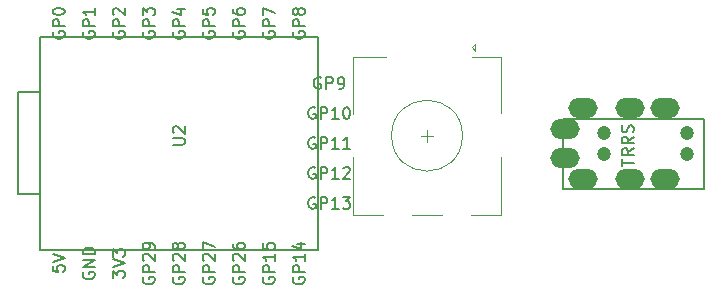
<source format=gbr>
%TF.GenerationSoftware,KiCad,Pcbnew,7.0.1-0*%
%TF.CreationDate,2023-09-11T21:36:53+09:00*%
%TF.ProjectId,jisaku20rp_right_re,6a697361-6b75-4323-9072-705f72696768,rev?*%
%TF.SameCoordinates,Original*%
%TF.FileFunction,Legend,Top*%
%TF.FilePolarity,Positive*%
%FSLAX46Y46*%
G04 Gerber Fmt 4.6, Leading zero omitted, Abs format (unit mm)*
G04 Created by KiCad (PCBNEW 7.0.1-0) date 2023-09-11 21:36:53*
%MOMM*%
%LPD*%
G01*
G04 APERTURE LIST*
%ADD10C,0.150000*%
%ADD11C,0.120000*%
%ADD12C,1.200000*%
%ADD13O,2.500000X1.700000*%
G04 APERTURE END LIST*
D10*
%TO.C,J1*%
X58752619Y16878095D02*
X58752619Y17449523D01*
X59752619Y17163809D02*
X58752619Y17163809D01*
X59752619Y18354285D02*
X59276428Y18020952D01*
X59752619Y17782857D02*
X58752619Y17782857D01*
X58752619Y17782857D02*
X58752619Y18163809D01*
X58752619Y18163809D02*
X58800238Y18259047D01*
X58800238Y18259047D02*
X58847857Y18306666D01*
X58847857Y18306666D02*
X58943095Y18354285D01*
X58943095Y18354285D02*
X59085952Y18354285D01*
X59085952Y18354285D02*
X59181190Y18306666D01*
X59181190Y18306666D02*
X59228809Y18259047D01*
X59228809Y18259047D02*
X59276428Y18163809D01*
X59276428Y18163809D02*
X59276428Y17782857D01*
X59752619Y19354285D02*
X59276428Y19020952D01*
X59752619Y18782857D02*
X58752619Y18782857D01*
X58752619Y18782857D02*
X58752619Y19163809D01*
X58752619Y19163809D02*
X58800238Y19259047D01*
X58800238Y19259047D02*
X58847857Y19306666D01*
X58847857Y19306666D02*
X58943095Y19354285D01*
X58943095Y19354285D02*
X59085952Y19354285D01*
X59085952Y19354285D02*
X59181190Y19306666D01*
X59181190Y19306666D02*
X59228809Y19259047D01*
X59228809Y19259047D02*
X59276428Y19163809D01*
X59276428Y19163809D02*
X59276428Y18782857D01*
X59705000Y19735238D02*
X59752619Y19878095D01*
X59752619Y19878095D02*
X59752619Y20116190D01*
X59752619Y20116190D02*
X59705000Y20211428D01*
X59705000Y20211428D02*
X59657380Y20259047D01*
X59657380Y20259047D02*
X59562142Y20306666D01*
X59562142Y20306666D02*
X59466904Y20306666D01*
X59466904Y20306666D02*
X59371666Y20259047D01*
X59371666Y20259047D02*
X59324047Y20211428D01*
X59324047Y20211428D02*
X59276428Y20116190D01*
X59276428Y20116190D02*
X59228809Y19925714D01*
X59228809Y19925714D02*
X59181190Y19830476D01*
X59181190Y19830476D02*
X59133571Y19782857D01*
X59133571Y19782857D02*
X59038333Y19735238D01*
X59038333Y19735238D02*
X58943095Y19735238D01*
X58943095Y19735238D02*
X58847857Y19782857D01*
X58847857Y19782857D02*
X58800238Y19830476D01*
X58800238Y19830476D02*
X58752619Y19925714D01*
X58752619Y19925714D02*
X58752619Y20163809D01*
X58752619Y20163809D02*
X58800238Y20306666D01*
%TO.C,U2*%
X20742619Y18668095D02*
X21552142Y18668095D01*
X21552142Y18668095D02*
X21647380Y18715714D01*
X21647380Y18715714D02*
X21695000Y18763333D01*
X21695000Y18763333D02*
X21742619Y18858571D01*
X21742619Y18858571D02*
X21742619Y19049047D01*
X21742619Y19049047D02*
X21695000Y19144285D01*
X21695000Y19144285D02*
X21647380Y19191904D01*
X21647380Y19191904D02*
X21552142Y19239523D01*
X21552142Y19239523D02*
X20742619Y19239523D01*
X20837857Y19668095D02*
X20790238Y19715714D01*
X20790238Y19715714D02*
X20742619Y19810952D01*
X20742619Y19810952D02*
X20742619Y20049047D01*
X20742619Y20049047D02*
X20790238Y20144285D01*
X20790238Y20144285D02*
X20837857Y20191904D01*
X20837857Y20191904D02*
X20933095Y20239523D01*
X20933095Y20239523D02*
X21028333Y20239523D01*
X21028333Y20239523D02*
X21171190Y20191904D01*
X21171190Y20191904D02*
X21742619Y19620476D01*
X21742619Y19620476D02*
X21742619Y20239523D01*
X18240238Y7439523D02*
X18192619Y7344285D01*
X18192619Y7344285D02*
X18192619Y7201428D01*
X18192619Y7201428D02*
X18240238Y7058571D01*
X18240238Y7058571D02*
X18335476Y6963333D01*
X18335476Y6963333D02*
X18430714Y6915714D01*
X18430714Y6915714D02*
X18621190Y6868095D01*
X18621190Y6868095D02*
X18764047Y6868095D01*
X18764047Y6868095D02*
X18954523Y6915714D01*
X18954523Y6915714D02*
X19049761Y6963333D01*
X19049761Y6963333D02*
X19145000Y7058571D01*
X19145000Y7058571D02*
X19192619Y7201428D01*
X19192619Y7201428D02*
X19192619Y7296666D01*
X19192619Y7296666D02*
X19145000Y7439523D01*
X19145000Y7439523D02*
X19097380Y7487142D01*
X19097380Y7487142D02*
X18764047Y7487142D01*
X18764047Y7487142D02*
X18764047Y7296666D01*
X19192619Y7915714D02*
X18192619Y7915714D01*
X18192619Y7915714D02*
X18192619Y8296666D01*
X18192619Y8296666D02*
X18240238Y8391904D01*
X18240238Y8391904D02*
X18287857Y8439523D01*
X18287857Y8439523D02*
X18383095Y8487142D01*
X18383095Y8487142D02*
X18525952Y8487142D01*
X18525952Y8487142D02*
X18621190Y8439523D01*
X18621190Y8439523D02*
X18668809Y8391904D01*
X18668809Y8391904D02*
X18716428Y8296666D01*
X18716428Y8296666D02*
X18716428Y7915714D01*
X18287857Y8868095D02*
X18240238Y8915714D01*
X18240238Y8915714D02*
X18192619Y9010952D01*
X18192619Y9010952D02*
X18192619Y9249047D01*
X18192619Y9249047D02*
X18240238Y9344285D01*
X18240238Y9344285D02*
X18287857Y9391904D01*
X18287857Y9391904D02*
X18383095Y9439523D01*
X18383095Y9439523D02*
X18478333Y9439523D01*
X18478333Y9439523D02*
X18621190Y9391904D01*
X18621190Y9391904D02*
X19192619Y8820476D01*
X19192619Y8820476D02*
X19192619Y9439523D01*
X19192619Y9915714D02*
X19192619Y10106190D01*
X19192619Y10106190D02*
X19145000Y10201428D01*
X19145000Y10201428D02*
X19097380Y10249047D01*
X19097380Y10249047D02*
X18954523Y10344285D01*
X18954523Y10344285D02*
X18764047Y10391904D01*
X18764047Y10391904D02*
X18383095Y10391904D01*
X18383095Y10391904D02*
X18287857Y10344285D01*
X18287857Y10344285D02*
X18240238Y10296666D01*
X18240238Y10296666D02*
X18192619Y10201428D01*
X18192619Y10201428D02*
X18192619Y10010952D01*
X18192619Y10010952D02*
X18240238Y9915714D01*
X18240238Y9915714D02*
X18287857Y9868095D01*
X18287857Y9868095D02*
X18383095Y9820476D01*
X18383095Y9820476D02*
X18621190Y9820476D01*
X18621190Y9820476D02*
X18716428Y9868095D01*
X18716428Y9868095D02*
X18764047Y9915714D01*
X18764047Y9915714D02*
X18811666Y10010952D01*
X18811666Y10010952D02*
X18811666Y10201428D01*
X18811666Y10201428D02*
X18764047Y10296666D01*
X18764047Y10296666D02*
X18716428Y10344285D01*
X18716428Y10344285D02*
X18621190Y10391904D01*
X30940238Y28235714D02*
X30892619Y28140476D01*
X30892619Y28140476D02*
X30892619Y27997619D01*
X30892619Y27997619D02*
X30940238Y27854762D01*
X30940238Y27854762D02*
X31035476Y27759524D01*
X31035476Y27759524D02*
X31130714Y27711905D01*
X31130714Y27711905D02*
X31321190Y27664286D01*
X31321190Y27664286D02*
X31464047Y27664286D01*
X31464047Y27664286D02*
X31654523Y27711905D01*
X31654523Y27711905D02*
X31749761Y27759524D01*
X31749761Y27759524D02*
X31845000Y27854762D01*
X31845000Y27854762D02*
X31892619Y27997619D01*
X31892619Y27997619D02*
X31892619Y28092857D01*
X31892619Y28092857D02*
X31845000Y28235714D01*
X31845000Y28235714D02*
X31797380Y28283333D01*
X31797380Y28283333D02*
X31464047Y28283333D01*
X31464047Y28283333D02*
X31464047Y28092857D01*
X31892619Y28711905D02*
X30892619Y28711905D01*
X30892619Y28711905D02*
X30892619Y29092857D01*
X30892619Y29092857D02*
X30940238Y29188095D01*
X30940238Y29188095D02*
X30987857Y29235714D01*
X30987857Y29235714D02*
X31083095Y29283333D01*
X31083095Y29283333D02*
X31225952Y29283333D01*
X31225952Y29283333D02*
X31321190Y29235714D01*
X31321190Y29235714D02*
X31368809Y29188095D01*
X31368809Y29188095D02*
X31416428Y29092857D01*
X31416428Y29092857D02*
X31416428Y28711905D01*
X31321190Y29854762D02*
X31273571Y29759524D01*
X31273571Y29759524D02*
X31225952Y29711905D01*
X31225952Y29711905D02*
X31130714Y29664286D01*
X31130714Y29664286D02*
X31083095Y29664286D01*
X31083095Y29664286D02*
X30987857Y29711905D01*
X30987857Y29711905D02*
X30940238Y29759524D01*
X30940238Y29759524D02*
X30892619Y29854762D01*
X30892619Y29854762D02*
X30892619Y30045238D01*
X30892619Y30045238D02*
X30940238Y30140476D01*
X30940238Y30140476D02*
X30987857Y30188095D01*
X30987857Y30188095D02*
X31083095Y30235714D01*
X31083095Y30235714D02*
X31130714Y30235714D01*
X31130714Y30235714D02*
X31225952Y30188095D01*
X31225952Y30188095D02*
X31273571Y30140476D01*
X31273571Y30140476D02*
X31321190Y30045238D01*
X31321190Y30045238D02*
X31321190Y29854762D01*
X31321190Y29854762D02*
X31368809Y29759524D01*
X31368809Y29759524D02*
X31416428Y29711905D01*
X31416428Y29711905D02*
X31511666Y29664286D01*
X31511666Y29664286D02*
X31702142Y29664286D01*
X31702142Y29664286D02*
X31797380Y29711905D01*
X31797380Y29711905D02*
X31845000Y29759524D01*
X31845000Y29759524D02*
X31892619Y29854762D01*
X31892619Y29854762D02*
X31892619Y30045238D01*
X31892619Y30045238D02*
X31845000Y30140476D01*
X31845000Y30140476D02*
X31797380Y30188095D01*
X31797380Y30188095D02*
X31702142Y30235714D01*
X31702142Y30235714D02*
X31511666Y30235714D01*
X31511666Y30235714D02*
X31416428Y30188095D01*
X31416428Y30188095D02*
X31368809Y30140476D01*
X31368809Y30140476D02*
X31321190Y30045238D01*
X13160238Y7868095D02*
X13112619Y7772857D01*
X13112619Y7772857D02*
X13112619Y7630000D01*
X13112619Y7630000D02*
X13160238Y7487143D01*
X13160238Y7487143D02*
X13255476Y7391905D01*
X13255476Y7391905D02*
X13350714Y7344286D01*
X13350714Y7344286D02*
X13541190Y7296667D01*
X13541190Y7296667D02*
X13684047Y7296667D01*
X13684047Y7296667D02*
X13874523Y7344286D01*
X13874523Y7344286D02*
X13969761Y7391905D01*
X13969761Y7391905D02*
X14065000Y7487143D01*
X14065000Y7487143D02*
X14112619Y7630000D01*
X14112619Y7630000D02*
X14112619Y7725238D01*
X14112619Y7725238D02*
X14065000Y7868095D01*
X14065000Y7868095D02*
X14017380Y7915714D01*
X14017380Y7915714D02*
X13684047Y7915714D01*
X13684047Y7915714D02*
X13684047Y7725238D01*
X14112619Y8344286D02*
X13112619Y8344286D01*
X13112619Y8344286D02*
X14112619Y8915714D01*
X14112619Y8915714D02*
X13112619Y8915714D01*
X14112619Y9391905D02*
X13112619Y9391905D01*
X13112619Y9391905D02*
X13112619Y9630000D01*
X13112619Y9630000D02*
X13160238Y9772857D01*
X13160238Y9772857D02*
X13255476Y9868095D01*
X13255476Y9868095D02*
X13350714Y9915714D01*
X13350714Y9915714D02*
X13541190Y9963333D01*
X13541190Y9963333D02*
X13684047Y9963333D01*
X13684047Y9963333D02*
X13874523Y9915714D01*
X13874523Y9915714D02*
X13969761Y9868095D01*
X13969761Y9868095D02*
X14065000Y9772857D01*
X14065000Y9772857D02*
X14112619Y9630000D01*
X14112619Y9630000D02*
X14112619Y9391905D01*
X25860238Y28235714D02*
X25812619Y28140476D01*
X25812619Y28140476D02*
X25812619Y27997619D01*
X25812619Y27997619D02*
X25860238Y27854762D01*
X25860238Y27854762D02*
X25955476Y27759524D01*
X25955476Y27759524D02*
X26050714Y27711905D01*
X26050714Y27711905D02*
X26241190Y27664286D01*
X26241190Y27664286D02*
X26384047Y27664286D01*
X26384047Y27664286D02*
X26574523Y27711905D01*
X26574523Y27711905D02*
X26669761Y27759524D01*
X26669761Y27759524D02*
X26765000Y27854762D01*
X26765000Y27854762D02*
X26812619Y27997619D01*
X26812619Y27997619D02*
X26812619Y28092857D01*
X26812619Y28092857D02*
X26765000Y28235714D01*
X26765000Y28235714D02*
X26717380Y28283333D01*
X26717380Y28283333D02*
X26384047Y28283333D01*
X26384047Y28283333D02*
X26384047Y28092857D01*
X26812619Y28711905D02*
X25812619Y28711905D01*
X25812619Y28711905D02*
X25812619Y29092857D01*
X25812619Y29092857D02*
X25860238Y29188095D01*
X25860238Y29188095D02*
X25907857Y29235714D01*
X25907857Y29235714D02*
X26003095Y29283333D01*
X26003095Y29283333D02*
X26145952Y29283333D01*
X26145952Y29283333D02*
X26241190Y29235714D01*
X26241190Y29235714D02*
X26288809Y29188095D01*
X26288809Y29188095D02*
X26336428Y29092857D01*
X26336428Y29092857D02*
X26336428Y28711905D01*
X25812619Y30140476D02*
X25812619Y29950000D01*
X25812619Y29950000D02*
X25860238Y29854762D01*
X25860238Y29854762D02*
X25907857Y29807143D01*
X25907857Y29807143D02*
X26050714Y29711905D01*
X26050714Y29711905D02*
X26241190Y29664286D01*
X26241190Y29664286D02*
X26622142Y29664286D01*
X26622142Y29664286D02*
X26717380Y29711905D01*
X26717380Y29711905D02*
X26765000Y29759524D01*
X26765000Y29759524D02*
X26812619Y29854762D01*
X26812619Y29854762D02*
X26812619Y30045238D01*
X26812619Y30045238D02*
X26765000Y30140476D01*
X26765000Y30140476D02*
X26717380Y30188095D01*
X26717380Y30188095D02*
X26622142Y30235714D01*
X26622142Y30235714D02*
X26384047Y30235714D01*
X26384047Y30235714D02*
X26288809Y30188095D01*
X26288809Y30188095D02*
X26241190Y30140476D01*
X26241190Y30140476D02*
X26193571Y30045238D01*
X26193571Y30045238D02*
X26193571Y29854762D01*
X26193571Y29854762D02*
X26241190Y29759524D01*
X26241190Y29759524D02*
X26288809Y29711905D01*
X26288809Y29711905D02*
X26384047Y29664286D01*
X32779523Y21819761D02*
X32684285Y21867380D01*
X32684285Y21867380D02*
X32541428Y21867380D01*
X32541428Y21867380D02*
X32398571Y21819761D01*
X32398571Y21819761D02*
X32303333Y21724523D01*
X32303333Y21724523D02*
X32255714Y21629285D01*
X32255714Y21629285D02*
X32208095Y21438809D01*
X32208095Y21438809D02*
X32208095Y21295952D01*
X32208095Y21295952D02*
X32255714Y21105476D01*
X32255714Y21105476D02*
X32303333Y21010238D01*
X32303333Y21010238D02*
X32398571Y20915000D01*
X32398571Y20915000D02*
X32541428Y20867380D01*
X32541428Y20867380D02*
X32636666Y20867380D01*
X32636666Y20867380D02*
X32779523Y20915000D01*
X32779523Y20915000D02*
X32827142Y20962619D01*
X32827142Y20962619D02*
X32827142Y21295952D01*
X32827142Y21295952D02*
X32636666Y21295952D01*
X33255714Y20867380D02*
X33255714Y21867380D01*
X33255714Y21867380D02*
X33636666Y21867380D01*
X33636666Y21867380D02*
X33731904Y21819761D01*
X33731904Y21819761D02*
X33779523Y21772142D01*
X33779523Y21772142D02*
X33827142Y21676904D01*
X33827142Y21676904D02*
X33827142Y21534047D01*
X33827142Y21534047D02*
X33779523Y21438809D01*
X33779523Y21438809D02*
X33731904Y21391190D01*
X33731904Y21391190D02*
X33636666Y21343571D01*
X33636666Y21343571D02*
X33255714Y21343571D01*
X34779523Y20867380D02*
X34208095Y20867380D01*
X34493809Y20867380D02*
X34493809Y21867380D01*
X34493809Y21867380D02*
X34398571Y21724523D01*
X34398571Y21724523D02*
X34303333Y21629285D01*
X34303333Y21629285D02*
X34208095Y21581666D01*
X35398571Y21867380D02*
X35493809Y21867380D01*
X35493809Y21867380D02*
X35589047Y21819761D01*
X35589047Y21819761D02*
X35636666Y21772142D01*
X35636666Y21772142D02*
X35684285Y21676904D01*
X35684285Y21676904D02*
X35731904Y21486428D01*
X35731904Y21486428D02*
X35731904Y21248333D01*
X35731904Y21248333D02*
X35684285Y21057857D01*
X35684285Y21057857D02*
X35636666Y20962619D01*
X35636666Y20962619D02*
X35589047Y20915000D01*
X35589047Y20915000D02*
X35493809Y20867380D01*
X35493809Y20867380D02*
X35398571Y20867380D01*
X35398571Y20867380D02*
X35303333Y20915000D01*
X35303333Y20915000D02*
X35255714Y20962619D01*
X35255714Y20962619D02*
X35208095Y21057857D01*
X35208095Y21057857D02*
X35160476Y21248333D01*
X35160476Y21248333D02*
X35160476Y21486428D01*
X35160476Y21486428D02*
X35208095Y21676904D01*
X35208095Y21676904D02*
X35255714Y21772142D01*
X35255714Y21772142D02*
X35303333Y21819761D01*
X35303333Y21819761D02*
X35398571Y21867380D01*
X15652619Y7391905D02*
X15652619Y8010952D01*
X15652619Y8010952D02*
X16033571Y7677619D01*
X16033571Y7677619D02*
X16033571Y7820476D01*
X16033571Y7820476D02*
X16081190Y7915714D01*
X16081190Y7915714D02*
X16128809Y7963333D01*
X16128809Y7963333D02*
X16224047Y8010952D01*
X16224047Y8010952D02*
X16462142Y8010952D01*
X16462142Y8010952D02*
X16557380Y7963333D01*
X16557380Y7963333D02*
X16605000Y7915714D01*
X16605000Y7915714D02*
X16652619Y7820476D01*
X16652619Y7820476D02*
X16652619Y7534762D01*
X16652619Y7534762D02*
X16605000Y7439524D01*
X16605000Y7439524D02*
X16557380Y7391905D01*
X15652619Y8296667D02*
X16652619Y8630000D01*
X16652619Y8630000D02*
X15652619Y8963333D01*
X15652619Y9201429D02*
X15652619Y9820476D01*
X15652619Y9820476D02*
X16033571Y9487143D01*
X16033571Y9487143D02*
X16033571Y9630000D01*
X16033571Y9630000D02*
X16081190Y9725238D01*
X16081190Y9725238D02*
X16128809Y9772857D01*
X16128809Y9772857D02*
X16224047Y9820476D01*
X16224047Y9820476D02*
X16462142Y9820476D01*
X16462142Y9820476D02*
X16557380Y9772857D01*
X16557380Y9772857D02*
X16605000Y9725238D01*
X16605000Y9725238D02*
X16652619Y9630000D01*
X16652619Y9630000D02*
X16652619Y9344286D01*
X16652619Y9344286D02*
X16605000Y9249048D01*
X16605000Y9249048D02*
X16557380Y9201429D01*
X32779523Y14199761D02*
X32684285Y14247380D01*
X32684285Y14247380D02*
X32541428Y14247380D01*
X32541428Y14247380D02*
X32398571Y14199761D01*
X32398571Y14199761D02*
X32303333Y14104523D01*
X32303333Y14104523D02*
X32255714Y14009285D01*
X32255714Y14009285D02*
X32208095Y13818809D01*
X32208095Y13818809D02*
X32208095Y13675952D01*
X32208095Y13675952D02*
X32255714Y13485476D01*
X32255714Y13485476D02*
X32303333Y13390238D01*
X32303333Y13390238D02*
X32398571Y13295000D01*
X32398571Y13295000D02*
X32541428Y13247380D01*
X32541428Y13247380D02*
X32636666Y13247380D01*
X32636666Y13247380D02*
X32779523Y13295000D01*
X32779523Y13295000D02*
X32827142Y13342619D01*
X32827142Y13342619D02*
X32827142Y13675952D01*
X32827142Y13675952D02*
X32636666Y13675952D01*
X33255714Y13247380D02*
X33255714Y14247380D01*
X33255714Y14247380D02*
X33636666Y14247380D01*
X33636666Y14247380D02*
X33731904Y14199761D01*
X33731904Y14199761D02*
X33779523Y14152142D01*
X33779523Y14152142D02*
X33827142Y14056904D01*
X33827142Y14056904D02*
X33827142Y13914047D01*
X33827142Y13914047D02*
X33779523Y13818809D01*
X33779523Y13818809D02*
X33731904Y13771190D01*
X33731904Y13771190D02*
X33636666Y13723571D01*
X33636666Y13723571D02*
X33255714Y13723571D01*
X34779523Y13247380D02*
X34208095Y13247380D01*
X34493809Y13247380D02*
X34493809Y14247380D01*
X34493809Y14247380D02*
X34398571Y14104523D01*
X34398571Y14104523D02*
X34303333Y14009285D01*
X34303333Y14009285D02*
X34208095Y13961666D01*
X35112857Y14247380D02*
X35731904Y14247380D01*
X35731904Y14247380D02*
X35398571Y13866428D01*
X35398571Y13866428D02*
X35541428Y13866428D01*
X35541428Y13866428D02*
X35636666Y13818809D01*
X35636666Y13818809D02*
X35684285Y13771190D01*
X35684285Y13771190D02*
X35731904Y13675952D01*
X35731904Y13675952D02*
X35731904Y13437857D01*
X35731904Y13437857D02*
X35684285Y13342619D01*
X35684285Y13342619D02*
X35636666Y13295000D01*
X35636666Y13295000D02*
X35541428Y13247380D01*
X35541428Y13247380D02*
X35255714Y13247380D01*
X35255714Y13247380D02*
X35160476Y13295000D01*
X35160476Y13295000D02*
X35112857Y13342619D01*
X23320238Y28235714D02*
X23272619Y28140476D01*
X23272619Y28140476D02*
X23272619Y27997619D01*
X23272619Y27997619D02*
X23320238Y27854762D01*
X23320238Y27854762D02*
X23415476Y27759524D01*
X23415476Y27759524D02*
X23510714Y27711905D01*
X23510714Y27711905D02*
X23701190Y27664286D01*
X23701190Y27664286D02*
X23844047Y27664286D01*
X23844047Y27664286D02*
X24034523Y27711905D01*
X24034523Y27711905D02*
X24129761Y27759524D01*
X24129761Y27759524D02*
X24225000Y27854762D01*
X24225000Y27854762D02*
X24272619Y27997619D01*
X24272619Y27997619D02*
X24272619Y28092857D01*
X24272619Y28092857D02*
X24225000Y28235714D01*
X24225000Y28235714D02*
X24177380Y28283333D01*
X24177380Y28283333D02*
X23844047Y28283333D01*
X23844047Y28283333D02*
X23844047Y28092857D01*
X24272619Y28711905D02*
X23272619Y28711905D01*
X23272619Y28711905D02*
X23272619Y29092857D01*
X23272619Y29092857D02*
X23320238Y29188095D01*
X23320238Y29188095D02*
X23367857Y29235714D01*
X23367857Y29235714D02*
X23463095Y29283333D01*
X23463095Y29283333D02*
X23605952Y29283333D01*
X23605952Y29283333D02*
X23701190Y29235714D01*
X23701190Y29235714D02*
X23748809Y29188095D01*
X23748809Y29188095D02*
X23796428Y29092857D01*
X23796428Y29092857D02*
X23796428Y28711905D01*
X23272619Y30188095D02*
X23272619Y29711905D01*
X23272619Y29711905D02*
X23748809Y29664286D01*
X23748809Y29664286D02*
X23701190Y29711905D01*
X23701190Y29711905D02*
X23653571Y29807143D01*
X23653571Y29807143D02*
X23653571Y30045238D01*
X23653571Y30045238D02*
X23701190Y30140476D01*
X23701190Y30140476D02*
X23748809Y30188095D01*
X23748809Y30188095D02*
X23844047Y30235714D01*
X23844047Y30235714D02*
X24082142Y30235714D01*
X24082142Y30235714D02*
X24177380Y30188095D01*
X24177380Y30188095D02*
X24225000Y30140476D01*
X24225000Y30140476D02*
X24272619Y30045238D01*
X24272619Y30045238D02*
X24272619Y29807143D01*
X24272619Y29807143D02*
X24225000Y29711905D01*
X24225000Y29711905D02*
X24177380Y29664286D01*
X33255714Y24359761D02*
X33160476Y24407380D01*
X33160476Y24407380D02*
X33017619Y24407380D01*
X33017619Y24407380D02*
X32874762Y24359761D01*
X32874762Y24359761D02*
X32779524Y24264523D01*
X32779524Y24264523D02*
X32731905Y24169285D01*
X32731905Y24169285D02*
X32684286Y23978809D01*
X32684286Y23978809D02*
X32684286Y23835952D01*
X32684286Y23835952D02*
X32731905Y23645476D01*
X32731905Y23645476D02*
X32779524Y23550238D01*
X32779524Y23550238D02*
X32874762Y23455000D01*
X32874762Y23455000D02*
X33017619Y23407380D01*
X33017619Y23407380D02*
X33112857Y23407380D01*
X33112857Y23407380D02*
X33255714Y23455000D01*
X33255714Y23455000D02*
X33303333Y23502619D01*
X33303333Y23502619D02*
X33303333Y23835952D01*
X33303333Y23835952D02*
X33112857Y23835952D01*
X33731905Y23407380D02*
X33731905Y24407380D01*
X33731905Y24407380D02*
X34112857Y24407380D01*
X34112857Y24407380D02*
X34208095Y24359761D01*
X34208095Y24359761D02*
X34255714Y24312142D01*
X34255714Y24312142D02*
X34303333Y24216904D01*
X34303333Y24216904D02*
X34303333Y24074047D01*
X34303333Y24074047D02*
X34255714Y23978809D01*
X34255714Y23978809D02*
X34208095Y23931190D01*
X34208095Y23931190D02*
X34112857Y23883571D01*
X34112857Y23883571D02*
X33731905Y23883571D01*
X34779524Y23407380D02*
X34970000Y23407380D01*
X34970000Y23407380D02*
X35065238Y23455000D01*
X35065238Y23455000D02*
X35112857Y23502619D01*
X35112857Y23502619D02*
X35208095Y23645476D01*
X35208095Y23645476D02*
X35255714Y23835952D01*
X35255714Y23835952D02*
X35255714Y24216904D01*
X35255714Y24216904D02*
X35208095Y24312142D01*
X35208095Y24312142D02*
X35160476Y24359761D01*
X35160476Y24359761D02*
X35065238Y24407380D01*
X35065238Y24407380D02*
X34874762Y24407380D01*
X34874762Y24407380D02*
X34779524Y24359761D01*
X34779524Y24359761D02*
X34731905Y24312142D01*
X34731905Y24312142D02*
X34684286Y24216904D01*
X34684286Y24216904D02*
X34684286Y23978809D01*
X34684286Y23978809D02*
X34731905Y23883571D01*
X34731905Y23883571D02*
X34779524Y23835952D01*
X34779524Y23835952D02*
X34874762Y23788333D01*
X34874762Y23788333D02*
X35065238Y23788333D01*
X35065238Y23788333D02*
X35160476Y23835952D01*
X35160476Y23835952D02*
X35208095Y23883571D01*
X35208095Y23883571D02*
X35255714Y23978809D01*
X28400238Y28235714D02*
X28352619Y28140476D01*
X28352619Y28140476D02*
X28352619Y27997619D01*
X28352619Y27997619D02*
X28400238Y27854762D01*
X28400238Y27854762D02*
X28495476Y27759524D01*
X28495476Y27759524D02*
X28590714Y27711905D01*
X28590714Y27711905D02*
X28781190Y27664286D01*
X28781190Y27664286D02*
X28924047Y27664286D01*
X28924047Y27664286D02*
X29114523Y27711905D01*
X29114523Y27711905D02*
X29209761Y27759524D01*
X29209761Y27759524D02*
X29305000Y27854762D01*
X29305000Y27854762D02*
X29352619Y27997619D01*
X29352619Y27997619D02*
X29352619Y28092857D01*
X29352619Y28092857D02*
X29305000Y28235714D01*
X29305000Y28235714D02*
X29257380Y28283333D01*
X29257380Y28283333D02*
X28924047Y28283333D01*
X28924047Y28283333D02*
X28924047Y28092857D01*
X29352619Y28711905D02*
X28352619Y28711905D01*
X28352619Y28711905D02*
X28352619Y29092857D01*
X28352619Y29092857D02*
X28400238Y29188095D01*
X28400238Y29188095D02*
X28447857Y29235714D01*
X28447857Y29235714D02*
X28543095Y29283333D01*
X28543095Y29283333D02*
X28685952Y29283333D01*
X28685952Y29283333D02*
X28781190Y29235714D01*
X28781190Y29235714D02*
X28828809Y29188095D01*
X28828809Y29188095D02*
X28876428Y29092857D01*
X28876428Y29092857D02*
X28876428Y28711905D01*
X28352619Y29616667D02*
X28352619Y30283333D01*
X28352619Y30283333D02*
X29352619Y29854762D01*
X30940238Y7439523D02*
X30892619Y7344285D01*
X30892619Y7344285D02*
X30892619Y7201428D01*
X30892619Y7201428D02*
X30940238Y7058571D01*
X30940238Y7058571D02*
X31035476Y6963333D01*
X31035476Y6963333D02*
X31130714Y6915714D01*
X31130714Y6915714D02*
X31321190Y6868095D01*
X31321190Y6868095D02*
X31464047Y6868095D01*
X31464047Y6868095D02*
X31654523Y6915714D01*
X31654523Y6915714D02*
X31749761Y6963333D01*
X31749761Y6963333D02*
X31845000Y7058571D01*
X31845000Y7058571D02*
X31892619Y7201428D01*
X31892619Y7201428D02*
X31892619Y7296666D01*
X31892619Y7296666D02*
X31845000Y7439523D01*
X31845000Y7439523D02*
X31797380Y7487142D01*
X31797380Y7487142D02*
X31464047Y7487142D01*
X31464047Y7487142D02*
X31464047Y7296666D01*
X31892619Y7915714D02*
X30892619Y7915714D01*
X30892619Y7915714D02*
X30892619Y8296666D01*
X30892619Y8296666D02*
X30940238Y8391904D01*
X30940238Y8391904D02*
X30987857Y8439523D01*
X30987857Y8439523D02*
X31083095Y8487142D01*
X31083095Y8487142D02*
X31225952Y8487142D01*
X31225952Y8487142D02*
X31321190Y8439523D01*
X31321190Y8439523D02*
X31368809Y8391904D01*
X31368809Y8391904D02*
X31416428Y8296666D01*
X31416428Y8296666D02*
X31416428Y7915714D01*
X31892619Y9439523D02*
X31892619Y8868095D01*
X31892619Y9153809D02*
X30892619Y9153809D01*
X30892619Y9153809D02*
X31035476Y9058571D01*
X31035476Y9058571D02*
X31130714Y8963333D01*
X31130714Y8963333D02*
X31178333Y8868095D01*
X31225952Y10296666D02*
X31892619Y10296666D01*
X30845000Y10058571D02*
X31559285Y9820476D01*
X31559285Y9820476D02*
X31559285Y10439523D01*
X25860238Y7439523D02*
X25812619Y7344285D01*
X25812619Y7344285D02*
X25812619Y7201428D01*
X25812619Y7201428D02*
X25860238Y7058571D01*
X25860238Y7058571D02*
X25955476Y6963333D01*
X25955476Y6963333D02*
X26050714Y6915714D01*
X26050714Y6915714D02*
X26241190Y6868095D01*
X26241190Y6868095D02*
X26384047Y6868095D01*
X26384047Y6868095D02*
X26574523Y6915714D01*
X26574523Y6915714D02*
X26669761Y6963333D01*
X26669761Y6963333D02*
X26765000Y7058571D01*
X26765000Y7058571D02*
X26812619Y7201428D01*
X26812619Y7201428D02*
X26812619Y7296666D01*
X26812619Y7296666D02*
X26765000Y7439523D01*
X26765000Y7439523D02*
X26717380Y7487142D01*
X26717380Y7487142D02*
X26384047Y7487142D01*
X26384047Y7487142D02*
X26384047Y7296666D01*
X26812619Y7915714D02*
X25812619Y7915714D01*
X25812619Y7915714D02*
X25812619Y8296666D01*
X25812619Y8296666D02*
X25860238Y8391904D01*
X25860238Y8391904D02*
X25907857Y8439523D01*
X25907857Y8439523D02*
X26003095Y8487142D01*
X26003095Y8487142D02*
X26145952Y8487142D01*
X26145952Y8487142D02*
X26241190Y8439523D01*
X26241190Y8439523D02*
X26288809Y8391904D01*
X26288809Y8391904D02*
X26336428Y8296666D01*
X26336428Y8296666D02*
X26336428Y7915714D01*
X25907857Y8868095D02*
X25860238Y8915714D01*
X25860238Y8915714D02*
X25812619Y9010952D01*
X25812619Y9010952D02*
X25812619Y9249047D01*
X25812619Y9249047D02*
X25860238Y9344285D01*
X25860238Y9344285D02*
X25907857Y9391904D01*
X25907857Y9391904D02*
X26003095Y9439523D01*
X26003095Y9439523D02*
X26098333Y9439523D01*
X26098333Y9439523D02*
X26241190Y9391904D01*
X26241190Y9391904D02*
X26812619Y8820476D01*
X26812619Y8820476D02*
X26812619Y9439523D01*
X25812619Y10296666D02*
X25812619Y10106190D01*
X25812619Y10106190D02*
X25860238Y10010952D01*
X25860238Y10010952D02*
X25907857Y9963333D01*
X25907857Y9963333D02*
X26050714Y9868095D01*
X26050714Y9868095D02*
X26241190Y9820476D01*
X26241190Y9820476D02*
X26622142Y9820476D01*
X26622142Y9820476D02*
X26717380Y9868095D01*
X26717380Y9868095D02*
X26765000Y9915714D01*
X26765000Y9915714D02*
X26812619Y10010952D01*
X26812619Y10010952D02*
X26812619Y10201428D01*
X26812619Y10201428D02*
X26765000Y10296666D01*
X26765000Y10296666D02*
X26717380Y10344285D01*
X26717380Y10344285D02*
X26622142Y10391904D01*
X26622142Y10391904D02*
X26384047Y10391904D01*
X26384047Y10391904D02*
X26288809Y10344285D01*
X26288809Y10344285D02*
X26241190Y10296666D01*
X26241190Y10296666D02*
X26193571Y10201428D01*
X26193571Y10201428D02*
X26193571Y10010952D01*
X26193571Y10010952D02*
X26241190Y9915714D01*
X26241190Y9915714D02*
X26288809Y9868095D01*
X26288809Y9868095D02*
X26384047Y9820476D01*
X10620238Y28235714D02*
X10572619Y28140476D01*
X10572619Y28140476D02*
X10572619Y27997619D01*
X10572619Y27997619D02*
X10620238Y27854762D01*
X10620238Y27854762D02*
X10715476Y27759524D01*
X10715476Y27759524D02*
X10810714Y27711905D01*
X10810714Y27711905D02*
X11001190Y27664286D01*
X11001190Y27664286D02*
X11144047Y27664286D01*
X11144047Y27664286D02*
X11334523Y27711905D01*
X11334523Y27711905D02*
X11429761Y27759524D01*
X11429761Y27759524D02*
X11525000Y27854762D01*
X11525000Y27854762D02*
X11572619Y27997619D01*
X11572619Y27997619D02*
X11572619Y28092857D01*
X11572619Y28092857D02*
X11525000Y28235714D01*
X11525000Y28235714D02*
X11477380Y28283333D01*
X11477380Y28283333D02*
X11144047Y28283333D01*
X11144047Y28283333D02*
X11144047Y28092857D01*
X11572619Y28711905D02*
X10572619Y28711905D01*
X10572619Y28711905D02*
X10572619Y29092857D01*
X10572619Y29092857D02*
X10620238Y29188095D01*
X10620238Y29188095D02*
X10667857Y29235714D01*
X10667857Y29235714D02*
X10763095Y29283333D01*
X10763095Y29283333D02*
X10905952Y29283333D01*
X10905952Y29283333D02*
X11001190Y29235714D01*
X11001190Y29235714D02*
X11048809Y29188095D01*
X11048809Y29188095D02*
X11096428Y29092857D01*
X11096428Y29092857D02*
X11096428Y28711905D01*
X10572619Y29902381D02*
X10572619Y29997619D01*
X10572619Y29997619D02*
X10620238Y30092857D01*
X10620238Y30092857D02*
X10667857Y30140476D01*
X10667857Y30140476D02*
X10763095Y30188095D01*
X10763095Y30188095D02*
X10953571Y30235714D01*
X10953571Y30235714D02*
X11191666Y30235714D01*
X11191666Y30235714D02*
X11382142Y30188095D01*
X11382142Y30188095D02*
X11477380Y30140476D01*
X11477380Y30140476D02*
X11525000Y30092857D01*
X11525000Y30092857D02*
X11572619Y29997619D01*
X11572619Y29997619D02*
X11572619Y29902381D01*
X11572619Y29902381D02*
X11525000Y29807143D01*
X11525000Y29807143D02*
X11477380Y29759524D01*
X11477380Y29759524D02*
X11382142Y29711905D01*
X11382142Y29711905D02*
X11191666Y29664286D01*
X11191666Y29664286D02*
X10953571Y29664286D01*
X10953571Y29664286D02*
X10763095Y29711905D01*
X10763095Y29711905D02*
X10667857Y29759524D01*
X10667857Y29759524D02*
X10620238Y29807143D01*
X10620238Y29807143D02*
X10572619Y29902381D01*
X20780238Y28235714D02*
X20732619Y28140476D01*
X20732619Y28140476D02*
X20732619Y27997619D01*
X20732619Y27997619D02*
X20780238Y27854762D01*
X20780238Y27854762D02*
X20875476Y27759524D01*
X20875476Y27759524D02*
X20970714Y27711905D01*
X20970714Y27711905D02*
X21161190Y27664286D01*
X21161190Y27664286D02*
X21304047Y27664286D01*
X21304047Y27664286D02*
X21494523Y27711905D01*
X21494523Y27711905D02*
X21589761Y27759524D01*
X21589761Y27759524D02*
X21685000Y27854762D01*
X21685000Y27854762D02*
X21732619Y27997619D01*
X21732619Y27997619D02*
X21732619Y28092857D01*
X21732619Y28092857D02*
X21685000Y28235714D01*
X21685000Y28235714D02*
X21637380Y28283333D01*
X21637380Y28283333D02*
X21304047Y28283333D01*
X21304047Y28283333D02*
X21304047Y28092857D01*
X21732619Y28711905D02*
X20732619Y28711905D01*
X20732619Y28711905D02*
X20732619Y29092857D01*
X20732619Y29092857D02*
X20780238Y29188095D01*
X20780238Y29188095D02*
X20827857Y29235714D01*
X20827857Y29235714D02*
X20923095Y29283333D01*
X20923095Y29283333D02*
X21065952Y29283333D01*
X21065952Y29283333D02*
X21161190Y29235714D01*
X21161190Y29235714D02*
X21208809Y29188095D01*
X21208809Y29188095D02*
X21256428Y29092857D01*
X21256428Y29092857D02*
X21256428Y28711905D01*
X21065952Y30140476D02*
X21732619Y30140476D01*
X20685000Y29902381D02*
X21399285Y29664286D01*
X21399285Y29664286D02*
X21399285Y30283333D01*
X32779523Y19279761D02*
X32684285Y19327380D01*
X32684285Y19327380D02*
X32541428Y19327380D01*
X32541428Y19327380D02*
X32398571Y19279761D01*
X32398571Y19279761D02*
X32303333Y19184523D01*
X32303333Y19184523D02*
X32255714Y19089285D01*
X32255714Y19089285D02*
X32208095Y18898809D01*
X32208095Y18898809D02*
X32208095Y18755952D01*
X32208095Y18755952D02*
X32255714Y18565476D01*
X32255714Y18565476D02*
X32303333Y18470238D01*
X32303333Y18470238D02*
X32398571Y18375000D01*
X32398571Y18375000D02*
X32541428Y18327380D01*
X32541428Y18327380D02*
X32636666Y18327380D01*
X32636666Y18327380D02*
X32779523Y18375000D01*
X32779523Y18375000D02*
X32827142Y18422619D01*
X32827142Y18422619D02*
X32827142Y18755952D01*
X32827142Y18755952D02*
X32636666Y18755952D01*
X33255714Y18327380D02*
X33255714Y19327380D01*
X33255714Y19327380D02*
X33636666Y19327380D01*
X33636666Y19327380D02*
X33731904Y19279761D01*
X33731904Y19279761D02*
X33779523Y19232142D01*
X33779523Y19232142D02*
X33827142Y19136904D01*
X33827142Y19136904D02*
X33827142Y18994047D01*
X33827142Y18994047D02*
X33779523Y18898809D01*
X33779523Y18898809D02*
X33731904Y18851190D01*
X33731904Y18851190D02*
X33636666Y18803571D01*
X33636666Y18803571D02*
X33255714Y18803571D01*
X34779523Y18327380D02*
X34208095Y18327380D01*
X34493809Y18327380D02*
X34493809Y19327380D01*
X34493809Y19327380D02*
X34398571Y19184523D01*
X34398571Y19184523D02*
X34303333Y19089285D01*
X34303333Y19089285D02*
X34208095Y19041666D01*
X35731904Y18327380D02*
X35160476Y18327380D01*
X35446190Y18327380D02*
X35446190Y19327380D01*
X35446190Y19327380D02*
X35350952Y19184523D01*
X35350952Y19184523D02*
X35255714Y19089285D01*
X35255714Y19089285D02*
X35160476Y19041666D01*
X23320238Y7439523D02*
X23272619Y7344285D01*
X23272619Y7344285D02*
X23272619Y7201428D01*
X23272619Y7201428D02*
X23320238Y7058571D01*
X23320238Y7058571D02*
X23415476Y6963333D01*
X23415476Y6963333D02*
X23510714Y6915714D01*
X23510714Y6915714D02*
X23701190Y6868095D01*
X23701190Y6868095D02*
X23844047Y6868095D01*
X23844047Y6868095D02*
X24034523Y6915714D01*
X24034523Y6915714D02*
X24129761Y6963333D01*
X24129761Y6963333D02*
X24225000Y7058571D01*
X24225000Y7058571D02*
X24272619Y7201428D01*
X24272619Y7201428D02*
X24272619Y7296666D01*
X24272619Y7296666D02*
X24225000Y7439523D01*
X24225000Y7439523D02*
X24177380Y7487142D01*
X24177380Y7487142D02*
X23844047Y7487142D01*
X23844047Y7487142D02*
X23844047Y7296666D01*
X24272619Y7915714D02*
X23272619Y7915714D01*
X23272619Y7915714D02*
X23272619Y8296666D01*
X23272619Y8296666D02*
X23320238Y8391904D01*
X23320238Y8391904D02*
X23367857Y8439523D01*
X23367857Y8439523D02*
X23463095Y8487142D01*
X23463095Y8487142D02*
X23605952Y8487142D01*
X23605952Y8487142D02*
X23701190Y8439523D01*
X23701190Y8439523D02*
X23748809Y8391904D01*
X23748809Y8391904D02*
X23796428Y8296666D01*
X23796428Y8296666D02*
X23796428Y7915714D01*
X23367857Y8868095D02*
X23320238Y8915714D01*
X23320238Y8915714D02*
X23272619Y9010952D01*
X23272619Y9010952D02*
X23272619Y9249047D01*
X23272619Y9249047D02*
X23320238Y9344285D01*
X23320238Y9344285D02*
X23367857Y9391904D01*
X23367857Y9391904D02*
X23463095Y9439523D01*
X23463095Y9439523D02*
X23558333Y9439523D01*
X23558333Y9439523D02*
X23701190Y9391904D01*
X23701190Y9391904D02*
X24272619Y8820476D01*
X24272619Y8820476D02*
X24272619Y9439523D01*
X23272619Y9772857D02*
X23272619Y10439523D01*
X23272619Y10439523D02*
X24272619Y10010952D01*
X32779523Y16739761D02*
X32684285Y16787380D01*
X32684285Y16787380D02*
X32541428Y16787380D01*
X32541428Y16787380D02*
X32398571Y16739761D01*
X32398571Y16739761D02*
X32303333Y16644523D01*
X32303333Y16644523D02*
X32255714Y16549285D01*
X32255714Y16549285D02*
X32208095Y16358809D01*
X32208095Y16358809D02*
X32208095Y16215952D01*
X32208095Y16215952D02*
X32255714Y16025476D01*
X32255714Y16025476D02*
X32303333Y15930238D01*
X32303333Y15930238D02*
X32398571Y15835000D01*
X32398571Y15835000D02*
X32541428Y15787380D01*
X32541428Y15787380D02*
X32636666Y15787380D01*
X32636666Y15787380D02*
X32779523Y15835000D01*
X32779523Y15835000D02*
X32827142Y15882619D01*
X32827142Y15882619D02*
X32827142Y16215952D01*
X32827142Y16215952D02*
X32636666Y16215952D01*
X33255714Y15787380D02*
X33255714Y16787380D01*
X33255714Y16787380D02*
X33636666Y16787380D01*
X33636666Y16787380D02*
X33731904Y16739761D01*
X33731904Y16739761D02*
X33779523Y16692142D01*
X33779523Y16692142D02*
X33827142Y16596904D01*
X33827142Y16596904D02*
X33827142Y16454047D01*
X33827142Y16454047D02*
X33779523Y16358809D01*
X33779523Y16358809D02*
X33731904Y16311190D01*
X33731904Y16311190D02*
X33636666Y16263571D01*
X33636666Y16263571D02*
X33255714Y16263571D01*
X34779523Y15787380D02*
X34208095Y15787380D01*
X34493809Y15787380D02*
X34493809Y16787380D01*
X34493809Y16787380D02*
X34398571Y16644523D01*
X34398571Y16644523D02*
X34303333Y16549285D01*
X34303333Y16549285D02*
X34208095Y16501666D01*
X35160476Y16692142D02*
X35208095Y16739761D01*
X35208095Y16739761D02*
X35303333Y16787380D01*
X35303333Y16787380D02*
X35541428Y16787380D01*
X35541428Y16787380D02*
X35636666Y16739761D01*
X35636666Y16739761D02*
X35684285Y16692142D01*
X35684285Y16692142D02*
X35731904Y16596904D01*
X35731904Y16596904D02*
X35731904Y16501666D01*
X35731904Y16501666D02*
X35684285Y16358809D01*
X35684285Y16358809D02*
X35112857Y15787380D01*
X35112857Y15787380D02*
X35731904Y15787380D01*
X20780238Y7439523D02*
X20732619Y7344285D01*
X20732619Y7344285D02*
X20732619Y7201428D01*
X20732619Y7201428D02*
X20780238Y7058571D01*
X20780238Y7058571D02*
X20875476Y6963333D01*
X20875476Y6963333D02*
X20970714Y6915714D01*
X20970714Y6915714D02*
X21161190Y6868095D01*
X21161190Y6868095D02*
X21304047Y6868095D01*
X21304047Y6868095D02*
X21494523Y6915714D01*
X21494523Y6915714D02*
X21589761Y6963333D01*
X21589761Y6963333D02*
X21685000Y7058571D01*
X21685000Y7058571D02*
X21732619Y7201428D01*
X21732619Y7201428D02*
X21732619Y7296666D01*
X21732619Y7296666D02*
X21685000Y7439523D01*
X21685000Y7439523D02*
X21637380Y7487142D01*
X21637380Y7487142D02*
X21304047Y7487142D01*
X21304047Y7487142D02*
X21304047Y7296666D01*
X21732619Y7915714D02*
X20732619Y7915714D01*
X20732619Y7915714D02*
X20732619Y8296666D01*
X20732619Y8296666D02*
X20780238Y8391904D01*
X20780238Y8391904D02*
X20827857Y8439523D01*
X20827857Y8439523D02*
X20923095Y8487142D01*
X20923095Y8487142D02*
X21065952Y8487142D01*
X21065952Y8487142D02*
X21161190Y8439523D01*
X21161190Y8439523D02*
X21208809Y8391904D01*
X21208809Y8391904D02*
X21256428Y8296666D01*
X21256428Y8296666D02*
X21256428Y7915714D01*
X20827857Y8868095D02*
X20780238Y8915714D01*
X20780238Y8915714D02*
X20732619Y9010952D01*
X20732619Y9010952D02*
X20732619Y9249047D01*
X20732619Y9249047D02*
X20780238Y9344285D01*
X20780238Y9344285D02*
X20827857Y9391904D01*
X20827857Y9391904D02*
X20923095Y9439523D01*
X20923095Y9439523D02*
X21018333Y9439523D01*
X21018333Y9439523D02*
X21161190Y9391904D01*
X21161190Y9391904D02*
X21732619Y8820476D01*
X21732619Y8820476D02*
X21732619Y9439523D01*
X21161190Y10010952D02*
X21113571Y9915714D01*
X21113571Y9915714D02*
X21065952Y9868095D01*
X21065952Y9868095D02*
X20970714Y9820476D01*
X20970714Y9820476D02*
X20923095Y9820476D01*
X20923095Y9820476D02*
X20827857Y9868095D01*
X20827857Y9868095D02*
X20780238Y9915714D01*
X20780238Y9915714D02*
X20732619Y10010952D01*
X20732619Y10010952D02*
X20732619Y10201428D01*
X20732619Y10201428D02*
X20780238Y10296666D01*
X20780238Y10296666D02*
X20827857Y10344285D01*
X20827857Y10344285D02*
X20923095Y10391904D01*
X20923095Y10391904D02*
X20970714Y10391904D01*
X20970714Y10391904D02*
X21065952Y10344285D01*
X21065952Y10344285D02*
X21113571Y10296666D01*
X21113571Y10296666D02*
X21161190Y10201428D01*
X21161190Y10201428D02*
X21161190Y10010952D01*
X21161190Y10010952D02*
X21208809Y9915714D01*
X21208809Y9915714D02*
X21256428Y9868095D01*
X21256428Y9868095D02*
X21351666Y9820476D01*
X21351666Y9820476D02*
X21542142Y9820476D01*
X21542142Y9820476D02*
X21637380Y9868095D01*
X21637380Y9868095D02*
X21685000Y9915714D01*
X21685000Y9915714D02*
X21732619Y10010952D01*
X21732619Y10010952D02*
X21732619Y10201428D01*
X21732619Y10201428D02*
X21685000Y10296666D01*
X21685000Y10296666D02*
X21637380Y10344285D01*
X21637380Y10344285D02*
X21542142Y10391904D01*
X21542142Y10391904D02*
X21351666Y10391904D01*
X21351666Y10391904D02*
X21256428Y10344285D01*
X21256428Y10344285D02*
X21208809Y10296666D01*
X21208809Y10296666D02*
X21161190Y10201428D01*
X15700238Y28235714D02*
X15652619Y28140476D01*
X15652619Y28140476D02*
X15652619Y27997619D01*
X15652619Y27997619D02*
X15700238Y27854762D01*
X15700238Y27854762D02*
X15795476Y27759524D01*
X15795476Y27759524D02*
X15890714Y27711905D01*
X15890714Y27711905D02*
X16081190Y27664286D01*
X16081190Y27664286D02*
X16224047Y27664286D01*
X16224047Y27664286D02*
X16414523Y27711905D01*
X16414523Y27711905D02*
X16509761Y27759524D01*
X16509761Y27759524D02*
X16605000Y27854762D01*
X16605000Y27854762D02*
X16652619Y27997619D01*
X16652619Y27997619D02*
X16652619Y28092857D01*
X16652619Y28092857D02*
X16605000Y28235714D01*
X16605000Y28235714D02*
X16557380Y28283333D01*
X16557380Y28283333D02*
X16224047Y28283333D01*
X16224047Y28283333D02*
X16224047Y28092857D01*
X16652619Y28711905D02*
X15652619Y28711905D01*
X15652619Y28711905D02*
X15652619Y29092857D01*
X15652619Y29092857D02*
X15700238Y29188095D01*
X15700238Y29188095D02*
X15747857Y29235714D01*
X15747857Y29235714D02*
X15843095Y29283333D01*
X15843095Y29283333D02*
X15985952Y29283333D01*
X15985952Y29283333D02*
X16081190Y29235714D01*
X16081190Y29235714D02*
X16128809Y29188095D01*
X16128809Y29188095D02*
X16176428Y29092857D01*
X16176428Y29092857D02*
X16176428Y28711905D01*
X15747857Y29664286D02*
X15700238Y29711905D01*
X15700238Y29711905D02*
X15652619Y29807143D01*
X15652619Y29807143D02*
X15652619Y30045238D01*
X15652619Y30045238D02*
X15700238Y30140476D01*
X15700238Y30140476D02*
X15747857Y30188095D01*
X15747857Y30188095D02*
X15843095Y30235714D01*
X15843095Y30235714D02*
X15938333Y30235714D01*
X15938333Y30235714D02*
X16081190Y30188095D01*
X16081190Y30188095D02*
X16652619Y29616667D01*
X16652619Y29616667D02*
X16652619Y30235714D01*
X28400238Y7439523D02*
X28352619Y7344285D01*
X28352619Y7344285D02*
X28352619Y7201428D01*
X28352619Y7201428D02*
X28400238Y7058571D01*
X28400238Y7058571D02*
X28495476Y6963333D01*
X28495476Y6963333D02*
X28590714Y6915714D01*
X28590714Y6915714D02*
X28781190Y6868095D01*
X28781190Y6868095D02*
X28924047Y6868095D01*
X28924047Y6868095D02*
X29114523Y6915714D01*
X29114523Y6915714D02*
X29209761Y6963333D01*
X29209761Y6963333D02*
X29305000Y7058571D01*
X29305000Y7058571D02*
X29352619Y7201428D01*
X29352619Y7201428D02*
X29352619Y7296666D01*
X29352619Y7296666D02*
X29305000Y7439523D01*
X29305000Y7439523D02*
X29257380Y7487142D01*
X29257380Y7487142D02*
X28924047Y7487142D01*
X28924047Y7487142D02*
X28924047Y7296666D01*
X29352619Y7915714D02*
X28352619Y7915714D01*
X28352619Y7915714D02*
X28352619Y8296666D01*
X28352619Y8296666D02*
X28400238Y8391904D01*
X28400238Y8391904D02*
X28447857Y8439523D01*
X28447857Y8439523D02*
X28543095Y8487142D01*
X28543095Y8487142D02*
X28685952Y8487142D01*
X28685952Y8487142D02*
X28781190Y8439523D01*
X28781190Y8439523D02*
X28828809Y8391904D01*
X28828809Y8391904D02*
X28876428Y8296666D01*
X28876428Y8296666D02*
X28876428Y7915714D01*
X29352619Y9439523D02*
X29352619Y8868095D01*
X29352619Y9153809D02*
X28352619Y9153809D01*
X28352619Y9153809D02*
X28495476Y9058571D01*
X28495476Y9058571D02*
X28590714Y8963333D01*
X28590714Y8963333D02*
X28638333Y8868095D01*
X28352619Y10344285D02*
X28352619Y9868095D01*
X28352619Y9868095D02*
X28828809Y9820476D01*
X28828809Y9820476D02*
X28781190Y9868095D01*
X28781190Y9868095D02*
X28733571Y9963333D01*
X28733571Y9963333D02*
X28733571Y10201428D01*
X28733571Y10201428D02*
X28781190Y10296666D01*
X28781190Y10296666D02*
X28828809Y10344285D01*
X28828809Y10344285D02*
X28924047Y10391904D01*
X28924047Y10391904D02*
X29162142Y10391904D01*
X29162142Y10391904D02*
X29257380Y10344285D01*
X29257380Y10344285D02*
X29305000Y10296666D01*
X29305000Y10296666D02*
X29352619Y10201428D01*
X29352619Y10201428D02*
X29352619Y9963333D01*
X29352619Y9963333D02*
X29305000Y9868095D01*
X29305000Y9868095D02*
X29257380Y9820476D01*
X13160238Y28235714D02*
X13112619Y28140476D01*
X13112619Y28140476D02*
X13112619Y27997619D01*
X13112619Y27997619D02*
X13160238Y27854762D01*
X13160238Y27854762D02*
X13255476Y27759524D01*
X13255476Y27759524D02*
X13350714Y27711905D01*
X13350714Y27711905D02*
X13541190Y27664286D01*
X13541190Y27664286D02*
X13684047Y27664286D01*
X13684047Y27664286D02*
X13874523Y27711905D01*
X13874523Y27711905D02*
X13969761Y27759524D01*
X13969761Y27759524D02*
X14065000Y27854762D01*
X14065000Y27854762D02*
X14112619Y27997619D01*
X14112619Y27997619D02*
X14112619Y28092857D01*
X14112619Y28092857D02*
X14065000Y28235714D01*
X14065000Y28235714D02*
X14017380Y28283333D01*
X14017380Y28283333D02*
X13684047Y28283333D01*
X13684047Y28283333D02*
X13684047Y28092857D01*
X14112619Y28711905D02*
X13112619Y28711905D01*
X13112619Y28711905D02*
X13112619Y29092857D01*
X13112619Y29092857D02*
X13160238Y29188095D01*
X13160238Y29188095D02*
X13207857Y29235714D01*
X13207857Y29235714D02*
X13303095Y29283333D01*
X13303095Y29283333D02*
X13445952Y29283333D01*
X13445952Y29283333D02*
X13541190Y29235714D01*
X13541190Y29235714D02*
X13588809Y29188095D01*
X13588809Y29188095D02*
X13636428Y29092857D01*
X13636428Y29092857D02*
X13636428Y28711905D01*
X14112619Y30235714D02*
X14112619Y29664286D01*
X14112619Y29950000D02*
X13112619Y29950000D01*
X13112619Y29950000D02*
X13255476Y29854762D01*
X13255476Y29854762D02*
X13350714Y29759524D01*
X13350714Y29759524D02*
X13398333Y29664286D01*
X10572619Y8439523D02*
X10572619Y7963333D01*
X10572619Y7963333D02*
X11048809Y7915714D01*
X11048809Y7915714D02*
X11001190Y7963333D01*
X11001190Y7963333D02*
X10953571Y8058571D01*
X10953571Y8058571D02*
X10953571Y8296666D01*
X10953571Y8296666D02*
X11001190Y8391904D01*
X11001190Y8391904D02*
X11048809Y8439523D01*
X11048809Y8439523D02*
X11144047Y8487142D01*
X11144047Y8487142D02*
X11382142Y8487142D01*
X11382142Y8487142D02*
X11477380Y8439523D01*
X11477380Y8439523D02*
X11525000Y8391904D01*
X11525000Y8391904D02*
X11572619Y8296666D01*
X11572619Y8296666D02*
X11572619Y8058571D01*
X11572619Y8058571D02*
X11525000Y7963333D01*
X11525000Y7963333D02*
X11477380Y7915714D01*
X10572619Y8772857D02*
X11572619Y9106190D01*
X11572619Y9106190D02*
X10572619Y9439523D01*
X18240238Y28235714D02*
X18192619Y28140476D01*
X18192619Y28140476D02*
X18192619Y27997619D01*
X18192619Y27997619D02*
X18240238Y27854762D01*
X18240238Y27854762D02*
X18335476Y27759524D01*
X18335476Y27759524D02*
X18430714Y27711905D01*
X18430714Y27711905D02*
X18621190Y27664286D01*
X18621190Y27664286D02*
X18764047Y27664286D01*
X18764047Y27664286D02*
X18954523Y27711905D01*
X18954523Y27711905D02*
X19049761Y27759524D01*
X19049761Y27759524D02*
X19145000Y27854762D01*
X19145000Y27854762D02*
X19192619Y27997619D01*
X19192619Y27997619D02*
X19192619Y28092857D01*
X19192619Y28092857D02*
X19145000Y28235714D01*
X19145000Y28235714D02*
X19097380Y28283333D01*
X19097380Y28283333D02*
X18764047Y28283333D01*
X18764047Y28283333D02*
X18764047Y28092857D01*
X19192619Y28711905D02*
X18192619Y28711905D01*
X18192619Y28711905D02*
X18192619Y29092857D01*
X18192619Y29092857D02*
X18240238Y29188095D01*
X18240238Y29188095D02*
X18287857Y29235714D01*
X18287857Y29235714D02*
X18383095Y29283333D01*
X18383095Y29283333D02*
X18525952Y29283333D01*
X18525952Y29283333D02*
X18621190Y29235714D01*
X18621190Y29235714D02*
X18668809Y29188095D01*
X18668809Y29188095D02*
X18716428Y29092857D01*
X18716428Y29092857D02*
X18716428Y28711905D01*
X18192619Y29616667D02*
X18192619Y30235714D01*
X18192619Y30235714D02*
X18573571Y29902381D01*
X18573571Y29902381D02*
X18573571Y30045238D01*
X18573571Y30045238D02*
X18621190Y30140476D01*
X18621190Y30140476D02*
X18668809Y30188095D01*
X18668809Y30188095D02*
X18764047Y30235714D01*
X18764047Y30235714D02*
X19002142Y30235714D01*
X19002142Y30235714D02*
X19097380Y30188095D01*
X19097380Y30188095D02*
X19145000Y30140476D01*
X19145000Y30140476D02*
X19192619Y30045238D01*
X19192619Y30045238D02*
X19192619Y29759524D01*
X19192619Y29759524D02*
X19145000Y29664286D01*
X19145000Y29664286D02*
X19097380Y29616667D01*
%TO.C,J1*%
X65740000Y20890000D02*
X65740000Y14890000D01*
X53740000Y20890000D02*
X65740000Y20890000D01*
X65740000Y14890000D02*
X53740000Y14890000D01*
X53740000Y14890000D02*
X53740000Y20890000D01*
%TO.C,U2*%
X9520000Y9790000D02*
X9520000Y14460000D01*
X9520000Y9790000D02*
X9520000Y27790000D01*
X33020000Y9790000D02*
X9520000Y9790000D01*
X7640000Y14460000D02*
X7640000Y23120000D01*
X9520000Y14460000D02*
X7640000Y14460000D01*
X9520000Y23120000D02*
X7640000Y23120000D01*
X9520000Y27790000D02*
X9520000Y23120000D01*
X9520000Y27790000D02*
X33020000Y27790000D01*
X33020000Y27790000D02*
X33020000Y9790000D01*
D11*
%TO.C,SW21*%
X46360000Y27240000D02*
X46360000Y26640000D01*
X46060000Y26940000D02*
X46360000Y27240000D01*
X46360000Y26640000D02*
X46060000Y26940000D01*
X48560000Y26140000D02*
X46060000Y26140000D01*
X35960000Y26140000D02*
X38760000Y26140000D01*
X48560000Y21340000D02*
X48560000Y26140000D01*
X35960000Y21240000D02*
X35960000Y26140000D01*
X42260000Y19940000D02*
X42260000Y18940000D01*
X42760000Y19440000D02*
X41760000Y19440000D01*
X48560000Y17640000D02*
X48560000Y12740000D01*
X48560000Y12740000D02*
X45960000Y12740000D01*
X43560000Y12740000D02*
X40960000Y12740000D01*
X38560000Y12740000D02*
X35960000Y12740000D01*
X35960000Y12740000D02*
X35960000Y17640000D01*
X45260000Y19440000D02*
G75*
G03*
X45260000Y19440000I-3000000J0D01*
G01*
%TD*%
D12*
%TO.C,J1*%
X64240000Y19640000D03*
X57240000Y19640000D03*
X64240000Y17890000D03*
X57240000Y17890000D03*
D13*
X53940000Y19990000D03*
X53940000Y17540000D03*
X62440000Y21740000D03*
X62440000Y15790000D03*
X59440000Y21740000D03*
X59440000Y15790000D03*
X55440000Y21740000D03*
X55440000Y15790000D03*
%TD*%
M02*

</source>
